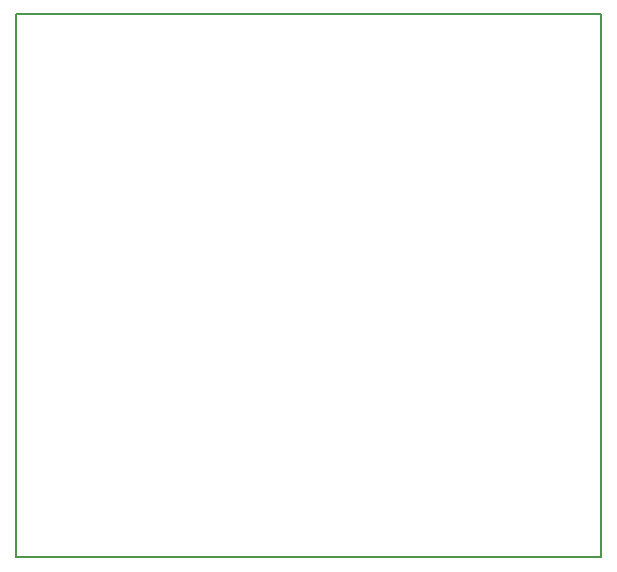
<source format=gm1>
G04 MADE WITH FRITZING*
G04 WWW.FRITZING.ORG*
G04 DOUBLE SIDED*
G04 HOLES PLATED*
G04 CONTOUR ON CENTER OF CONTOUR VECTOR*
%ASAXBY*%
%FSLAX23Y23*%
%MOIN*%
%OFA0B0*%
%SFA1.0B1.0*%
%ADD10R,1.958040X1.817050*%
%ADD11C,0.008000*%
%ADD10C,0.008*%
%LNCONTOUR*%
G90*
G70*
G54D10*
G54D11*
X4Y1813D02*
X1954Y1813D01*
X1954Y4D01*
X4Y4D01*
X4Y1813D01*
D02*
G04 End of contour*
M02*
</source>
